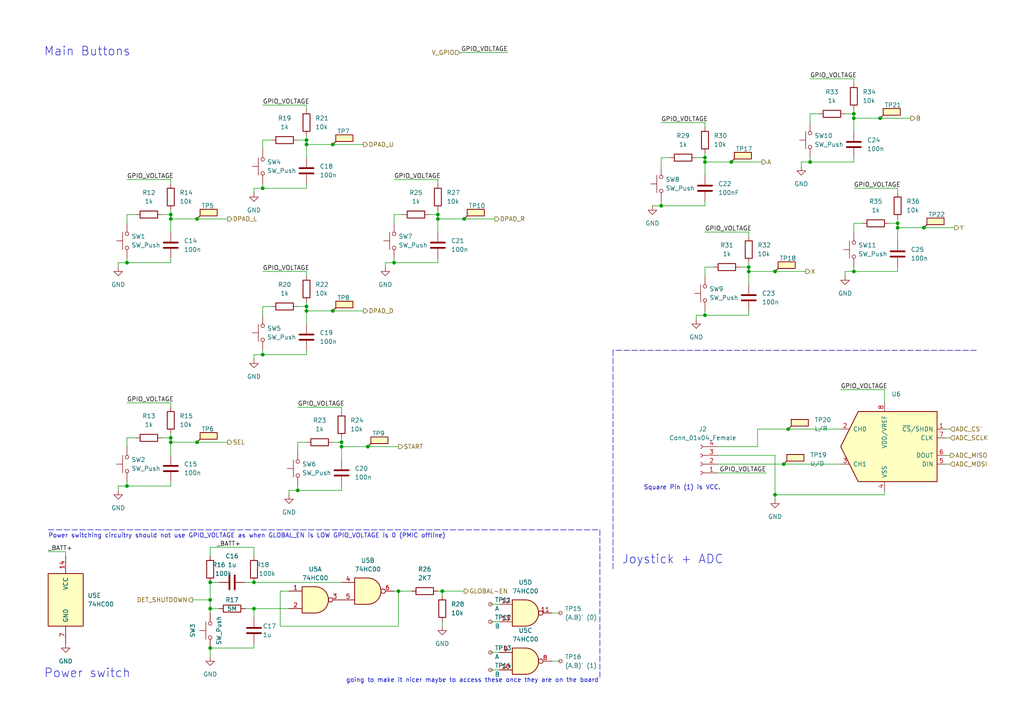
<source format=kicad_sch>
(kicad_sch (version 20211123) (generator eeschema)
  (paper "A4")
  (title_block (rev "indev."))
  (lib_symbols
    (symbol "74xx:74HC00" (pin_names (offset 1.016))
      (property "Reference" "U" (at 0 1.27 0))
      (property "Value" "74HC00" (at 0 -1.27 0))
      (symbol "74HC00_1_1"
        (arc (start 0 -3.81) (mid 3.81 0) (end 0 3.81) (stroke (width 0.254)) (fill (type background)))
        (polyline (pts (xy 0 3.81) (xy -3.81 3.81) (xy -3.81 -3.81) (xy 0 -3.81)) (stroke (width 0.254)) (fill (type background)))
        (pin input line (at -7.62 2.54 0) (length 3.81) (name "~") (number "1"))
        (pin input line (at -7.62 -2.54 0) (length 3.81) (name "~") (number "2"))
        (pin output inverted (at 7.62 0 180) (length 3.81) (name "~") (number "3"))
      )
      (symbol "74HC00_1_2"
        (arc (start -3.81 -3.81) (mid -2.589 0) (end -3.81 3.81) (stroke (width 0.254)))
        (arc (start -0.6096 -3.81) (mid 2.1855 -2.584) (end 3.81 0) (stroke (width 0.254)) (fill (type background)))
        (polyline (pts (xy -3.81 -3.81) (xy -0.635 -3.81)) (stroke (width 0.254)) (fill (type background)))
        (polyline (pts (xy -3.81 3.81) (xy -0.635 3.81)) (stroke (width 0.254)) (fill (type background)))
        (polyline (pts (xy -0.635 3.81) (xy -3.81 3.81) (xy -3.81 3.81) (xy -3.556 3.4036) (xy -3.0226 2.2606) (xy -2.6924 1.0414) (xy -2.6162 -0.254) (xy -2.7686 -1.4986) (xy -3.175 -2.7178) (xy -3.81 -3.81) (xy -3.81 -3.81) (xy -0.635 -3.81)) (stroke (width -25.4)) (fill (type background)))
        (arc (start 3.81 0) (mid 2.1928 2.5925) (end -0.6096 3.81) (stroke (width 0.254)) (fill (type background)))
        (pin input inverted (at -7.62 2.54 0) (length 4.318) (name "~") (number "1"))
        (pin input inverted (at -7.62 -2.54 0) (length 4.318) (name "~") (number "2"))
        (pin output line (at 7.62 0 180) (length 3.81) (name "~") (number "3"))
      )
      (symbol "74HC00_2_1"
        (arc (start 0 -3.81) (mid 3.81 0) (end 0 3.81) (stroke (width 0.254)) (fill (type background)))
        (polyline (pts (xy 0 3.81) (xy -3.81 3.81) (xy -3.81 -3.81) (xy 0 -3.81)) (stroke (width 0.254)) (fill (type background)))
        (pin input line (at -7.62 2.54 0) (length 3.81) (name "~") (number "4"))
        (pin input line (at -7.62 -2.54 0) (length 3.81) (name "~") (number "5"))
        (pin output inverted (at 7.62 0 180) (length 3.81) (name "~") (number "6"))
      )
      (symbol "74HC00_2_2"
        (arc (start -3.81 -3.81) (mid -2.589 0) (end -3.81 3.81) (stroke (width 0.254)))
        (arc (start -0.6096 -3.81) (mid 2.1855 -2.584) (end 3.81 0) (stroke (width 0.254)) (fill (type background)))
        (polyline (pts (xy -3.81 -3.81) (xy -0.635 -3.81)) (stroke (width 0.254)) (fill (type background)))
        (polyline (pts (xy -3.81 3.81) (xy -0.635 3.81)) (stroke (width 0.254)) (fill (type background)))
        (polyline (pts (xy -0.635 3.81) (xy -3.81 3.81) (xy -3.81 3.81) (xy -3.556 3.4036) (xy -3.0226 2.2606) (xy -2.6924 1.0414) (xy -2.6162 -0.254) (xy -2.7686 -1.4986) (xy -3.175 -2.7178) (xy -3.81 -3.81) (xy -3.81 -3.81) (xy -0.635 -3.81)) (stroke (width -25.4)) (fill (type background)))
        (arc (start 3.81 0) (mid 2.1928 2.5925) (end -0.6096 3.81) (stroke (width 0.254)) (fill (type background)))
        (pin input inverted (at -7.62 2.54 0) (length 4.318) (name "~") (number "4"))
        (pin input inverted (at -7.62 -2.54 0) (length 4.318) (name "~") (number "5"))
        (pin output line (at 7.62 0 180) (length 3.81) (name "~") (number "6"))
      )
      (symbol "74HC00_3_1"
        (arc (start 0 -3.81) (mid 3.81 0) (end 0 3.81) (stroke (width 0.254)) (fill (type background)))
        (polyline (pts (xy 0 3.81) (xy -3.81 3.81) (xy -3.81 -3.81) (xy 0 -3.81)) (stroke (width 0.254)) (fill (type background)))
        (pin input line (at -7.62 -2.54 0) (length 3.81) (name "~") (number "10"))
        (pin output inverted (at 7.62 0 180) (length 3.81) (name "~") (number "8"))
        (pin input line (at -7.62 2.54 0) (length 3.81) (name "~") (number "9"))
      )
      (symbol "74HC00_3_2"
        (arc (start -3.81 -3.81) (mid -2.589 0) (end -3.81 3.81) (stroke (width 0.254)))
        (arc (start -0.6096 -3.81) (mid 2.1855 -2.584) (end 3.81 0) (stroke (width 0.254)) (fill (type background)))
        (polyline (pts (xy -3.81 -3.81) (xy -0.635 -3.81)) (stroke (width 0.254)) (fill (type background)))
        (polyline (pts (xy -3.81 3.81) (xy -0.635 3.81)) (stroke (width 0.254)) (fill (type background)))
        (polyline (pts (xy -0.635 3.81) (xy -3.81 3.81) (xy -3.81 3.81) (xy -3.556 3.4036) (xy -3.0226 2.2606) (xy -2.6924 1.0414) (xy -2.6162 -0.254) (xy -2.7686 -1.4986) (xy -3.175 -2.7178) (xy -3.81 -3.81) (xy -3.81 -3.81) (xy -0.635 -3.81)) (stroke (width -25.4)) (fill (type background)))
        (arc (start 3.81 0) (mid 2.1928 2.5925) (end -0.6096 3.81) (stroke (width 0.254)) (fill (type background)))
        (pin input inverted (at -7.62 -2.54 0) (length 4.318) (name "~") (number "10"))
        (pin output line (at 7.62 0 180) (length 3.81) (name "~") (number "8"))
        (pin input inverted (at -7.62 2.54 0) (length 4.318) (name "~") (number "9"))
      )
      (symbol "74HC00_4_1"
        (arc (start 0 -3.81) (mid 3.81 0) (end 0 3.81) (stroke (width 0.254)) (fill (type background)))
        (polyline (pts (xy 0 3.81) (xy -3.81 3.81) (xy -3.81 -3.81) (xy 0 -3.81)) (stroke (width 0.254)) (fill (type background)))
        (pin output inverted (at 7.62 0 180) (length 3.81) (name "~") (number "11"))
        (pin input line (at -7.62 2.54 0) (length 3.81) (name "~") (number "12"))
        (pin input line (at -7.62 -2.54 0) (length 3.81) (name "~") (number "13"))
      )
      (symbol "74HC00_4_2"
        (arc (start -3.81 -3.81) (mid -2.589 0) (end -3.81 3.81) (stroke (width 0.254)))
        (arc (start -0.6096 -3.81) (mid 2.1855 -2.584) (end 3.81 0) (stroke (width 0.254)) (fill (type background)))
        (polyline (pts (xy -3.81 -3.81) (xy -0.635 -3.81)) (stroke (width 0.254)) (fill (type background)))
        (polyline (pts (xy -3.81 3.81) (xy -0.635 3.81)) (stroke (width 0.254)) (fill (type background)))
        (polyline (pts (xy -0.635 3.81) (xy -3.81 3.81) (xy -3.81 3.81) (xy -3.556 3.4036) (xy -3.0226 2.2606) (xy -2.6924 1.0414) (xy -2.6162 -0.254) (xy -2.7686 -1.4986) (xy -3.175 -2.7178) (xy -3.81 -3.81) (xy -3.81 -3.81) (xy -0.635 -3.81)) (stroke (width -25.4)) (fill (type background)))
        (arc (start 3.81 0) (mid 2.1928 2.5925) (end -0.6096 3.81) (stroke (width 0.254)) (fill (type background)))
        (pin output line (at 7.62 0 180) (length 3.81) (name "~") (number "11"))
        (pin input inverted (at -7.62 2.54 0) (length 4.318) (name "~") (number "12"))
        (pin input inverted (at -7.62 -2.54 0) (length 4.318) (name "~") (number "13"))
      )
      (symbol "74HC00_5_0"
        (pin power_in line (at 0 12.7 270) (length 5.08) (name "VCC") (number "14"))
        (pin power_in line (at 0 -12.7 90) (length 5.08) (name "GND") (number "7"))
      )
      (symbol "74HC00_5_1"
        (rectangle (start -5.08 7.62) (end 5.08 -7.62) (stroke (width 0.254)) (fill (type background)))
      )
    )
    (symbol "Analog_ADC:MCP3002" (pin_names (offset 1.016))
      (property "Reference" "U" (at -6.35 11.43 0))
      (property "Value" "MCP3002" (at 11.43 11.43 0))
      (symbol "MCP3002_0_1"
        (polyline (pts (xy 15.24 10.16) (xy -7.62 10.16) (xy -12.7 0) (xy -7.62 -10.16) (xy 15.24 -10.16) (xy 15.24 10.16)) (stroke (width 0.254)) (fill (type background)))
      )
      (symbol "MCP3002_1_1"
        (pin input line (at 17.78 5.08 180) (length 2.54) (name "~{CS}/SHDN") (number "1"))
        (pin passive line (at -12.7 5.08 0) (length 2.54) (name "CH0") (number "2"))
        (pin passive line (at -12.7 -5.08 0) (length 2.54) (name "CH1") (number "3"))
        (pin power_in line (at 0 -12.7 90) (length 2.54) (name "VSS") (number "4"))
        (pin input line (at 17.78 -5.08 180) (length 2.54) (name "DIN") (number "5"))
        (pin output line (at 17.78 -2.54 180) (length 2.54) (name "DOUT") (number "6"))
        (pin input line (at 17.78 2.54 180) (length 2.54) (name "CLK") (number "7"))
        (pin power_in line (at 0 12.7 270) (length 2.54) (name "VDD/VREF") (number "8"))
      )
    )
    (symbol "Connector:Conn_01x04_Female" (pin_names (offset 1.016) hide)
      (property "Reference" "J" (at 0 5.08 0))
      (property "Value" "Conn_01x04_Female" (at 0 -7.62 0))
      (symbol "Conn_01x04_Female_1_1"
        (arc (start 0 -4.572) (mid -0.508 -5.08) (end 0 -5.588) (stroke (width 0.1524)))
        (arc (start 0 -2.032) (mid -0.508 -2.54) (end 0 -3.048) (stroke (width 0.1524)))
        (polyline (pts (xy -1.27 -5.08) (xy -0.508 -5.08)) (stroke (width 0.1524)))
        (polyline (pts (xy -1.27 -2.54) (xy -0.508 -2.54)) (stroke (width 0.1524)))
        (polyline (pts (xy -1.27 0) (xy -0.508 0)) (stroke (width 0.1524)))
        (polyline (pts (xy -1.27 2.54) (xy -0.508 2.54)) (stroke (width 0.1524)))
        (arc (start 0 0.508) (mid -0.508 0) (end 0 -0.508) (stroke (width 0.1524)))
        (arc (start 0 3.048) (mid -0.508 2.54) (end 0 2.032) (stroke (width 0.1524)))
        (pin passive line (at -5.08 2.54 0) (length 3.81) (name "Pin_1") (number "1"))
        (pin passive line (at -5.08 0 0) (length 3.81) (name "Pin_2") (number "2"))
        (pin passive line (at -5.08 -2.54 0) (length 3.81) (name "Pin_3") (number "3"))
        (pin passive line (at -5.08 -5.08 0) (length 3.81) (name "Pin_4") (number "4"))
      )
    )
    (symbol "Connector:TestPoint_Flag" (pin_numbers hide) (pin_names (offset 0.762) hide)
      (property "Reference" "TP" (at 3.429 1.778 0))
      (property "Value" "TestPoint_Flag" (at 3.302 4.191 0))
      (symbol "TestPoint_Flag_0_1"
        (polyline (pts (xy 0 0) (xy 0.889 0.889)) (stroke (width 0.254)))
        (rectangle (start 0.889 2.794) (end 5.842 0.889) (stroke (width 0.254)) (fill (type background)))
      )
      (symbol "TestPoint_Flag_1_1"
        (pin passive line (at 0 0 90) (length 0) (name "1") (number "1"))
      )
    )
    (symbol "Connector:TestPoint_Small" (pin_numbers hide) (pin_names (offset 0.762) hide)
      (property "Reference" "TP" (at 0 3.81 0))
      (property "Value" "TestPoint_Small" (at 0 2.032 0))
      (symbol "TestPoint_Small_0_1"
        (circle (center 0 0) (radius 0.508))
      )
      (symbol "TestPoint_Small_1_1"
        (pin passive line (at 0 0 90) (length 0) (name "1") (number "1"))
      )
    )
    (symbol "Device:C" (pin_numbers hide) (pin_names (offset 0.254))
      (property "Reference" "C" (at 0.635 2.54 0))
      (property "Value" "C" (at 0.635 -2.54 0))
      (symbol "C_0_1"
        (polyline (pts (xy -2.032 -0.762) (xy 2.032 -0.762)) (stroke (width 0.508)))
        (polyline (pts (xy -2.032 0.762) (xy 2.032 0.762)) (stroke (width 0.508)))
      )
      (symbol "C_1_1"
        (pin passive line (at 0 3.81 270) (length 2.794) (name "~") (number "1"))
        (pin passive line (at 0 -3.81 90) (length 2.794) (name "~") (number "2"))
      )
    )
    (symbol "Device:R" (pin_numbers hide) (pin_names (offset 0))
      (property "Reference" "R" (at 2.032 0 90))
      (property "Value" "R" (at 0 0 90))
      (symbol "R_0_1"
        (rectangle (start -1.016 -2.54) (end 1.016 2.54) (stroke (width 0.254)))
      )
      (symbol "R_1_1"
        (pin passive line (at 0 3.81 270) (length 1.27) (name "~") (number "1"))
        (pin passive line (at 0 -3.81 90) (length 1.27) (name "~") (number "2"))
      )
    )
    (symbol "Switch:SW_Push" (pin_numbers hide) (pin_names (offset 1.016) hide)
      (property "Reference" "SW" (at 1.27 2.54 0))
      (property "Value" "SW_Push" (at 0 -1.524 0))
      (symbol "SW_Push_0_1"
        (circle (center -2.032 0) (radius 0.508))
        (polyline (pts (xy 0 1.27) (xy 0 3.048)))
        (polyline (pts (xy 2.54 1.27) (xy -2.54 1.27)))
        (circle (center 2.032 0) (radius 0.508))
        (pin passive line (at -5.08 0 0) (length 2.54) (name "1") (number "1"))
        (pin passive line (at 5.08 0 180) (length 2.54) (name "2") (number "2"))
      )
    )
    (symbol "power:GND" (power) (pin_names (offset 0))
      (property "Value" "GND" (at 0 -3.81 0))
      (symbol "GND_0_1"
        (polyline (pts (xy 0 0) (xy 0 -1.27) (xy 1.27 -1.27) (xy 0 -2.54) (xy -1.27 -1.27) (xy 0 -1.27)))
      )
      (symbol "GND_1_1"
        (pin power_in line (at 0 0 270) (length 0) hide (name "GND") (number "1"))
      )
    )
  )
  (junction (at 204.47 91.44))
  (junction (at 114.3 76.2))
  (junction (at 191.77 59.69))
  (junction (at 96.52 41.91))
  (junction (at 228.6 124.46))
  (junction (at 115.57 171.45))
  (junction (at 99.06 128.27))
  (junction (at 57.15 128.27))
  (junction (at 49.53 127))
  (junction (at 88.9 41.91))
  (junction (at 204.47 45.72))
  (junction (at 88.9 90.17))
  (junction (at 86.36 142.24))
  (junction (at 36.83 140.97))
  (junction (at 247.65 33.02))
  (junction (at 134.62 63.5))
  (junction (at 36.83 76.2))
  (junction (at 127 62.23))
  (junction (at 247.65 34.29))
  (junction (at 212.09 46.99))
  (junction (at 217.17 77.47))
  (junction (at 247.65 78.74))
  (junction (at 76.2 102.87))
  (junction (at 267.97 66.04))
  (junction (at 255.27 34.29))
  (junction (at 224.79 78.74))
  (junction (at 127 63.5))
  (junction (at 204.47 46.99))
  (junction (at 76.2 54.61))
  (junction (at 88.9 88.9))
  (junction (at 234.95 46.99))
  (junction (at 60.96 168.91))
  (junction (at 106.68 129.54))
  (junction (at 49.53 128.27))
  (junction (at 60.96 187.96))
  (junction (at 99.06 129.54))
  (junction (at 128.27 171.45))
  (junction (at 260.35 66.04))
  (junction (at 260.35 64.77))
  (junction (at 96.52 90.17))
  (junction (at 49.53 62.23))
  (junction (at 73.66 176.53))
  (junction (at 73.66 168.91))
  (junction (at 60.96 176.53))
  (junction (at 49.53 63.5))
  (junction (at 224.79 143.51))
  (junction (at 57.15 63.5))
  (junction (at 88.9 40.64))
  (junction (at 60.96 173.99))
  (junction (at 217.17 78.74))
  (junction (at 227.33 134.62))
  (wire (pts (xy 83.82 142.24) (xy 83.82 143.51)))
  (wire (pts (xy 76.2 30.48) (xy 88.9 30.48)))
  (wire (pts (xy 260.35 54.61) (xy 260.35 55.88)))
  (wire (pts (xy 36.83 127) (xy 39.37 127)))
  (wire (pts (xy 34.29 76.2) (xy 36.83 76.2)))
  (wire (pts (xy 127 63.5) (xy 134.62 63.5)))
  (wire (pts (xy 204.47 46.99) (xy 204.47 50.8)))
  (wire (pts (xy 76.2 53.34) (xy 76.2 54.61)))
  (wire (pts (xy 86.36 88.9) (xy 88.9 88.9)))
  (wire (pts (xy 76.2 43.18) (xy 76.2 40.64)))
  (wire (pts (xy 245.11 78.74) (xy 245.11 80.01)))
  (wire (pts (xy 99.06 118.11) (xy 99.06 119.38)))
  (wire (pts (xy 247.65 64.77) (xy 250.19 64.77)))
  (wire (pts (xy 71.12 168.91) (xy 73.66 168.91)))
  (wire (pts (xy 128.27 171.45) (xy 128.27 172.72)))
  (wire (pts (xy 201.93 45.72) (xy 204.47 45.72)))
  (wire (pts (xy 86.36 142.24) (xy 99.06 142.24)))
  (wire (pts (xy 127 52.07) (xy 127 53.34)))
  (wire (pts (xy 208.28 137.16) (xy 222.25 137.16)))
  (wire (pts (xy 86.36 130.81) (xy 86.36 128.27)))
  (wire (pts (xy 88.9 88.9) (xy 88.9 90.17)))
  (wire (pts (xy 247.65 78.74) (xy 260.35 78.74)))
  (wire (pts (xy 217.17 90.17) (xy 217.17 91.44)))
  (wire (pts (xy 247.65 34.29) (xy 247.65 38.1)))
  (wire (pts (xy 88.9 40.64) (xy 88.9 39.37)))
  (wire (pts (xy 133.35 15.24) (xy 147.32 15.24)))
  (wire (pts (xy 13.97 160.02) (xy 19.05 160.02)))
  (wire (pts (xy 217.17 78.74) (xy 217.17 82.55)))
  (wire (pts (xy 227.33 134.62) (xy 243.84 134.62)))
  (wire (pts (xy 191.77 35.56) (xy 204.47 35.56)))
  (wire (pts (xy 60.96 168.91) (xy 63.5 168.91)))
  (wire (pts (xy 274.32 132.08) (xy 275.59 132.08)))
  (wire (pts (xy 71.12 176.53) (xy 73.66 176.53)))
  (wire (pts (xy 36.83 74.93) (xy 36.83 76.2)))
  (polyline (pts (xy 173.99 153.67) (xy 173.99 196.85)))
  (wire (pts (xy 73.66 102.87) (xy 73.66 104.14)))
  (wire (pts (xy 49.53 74.93) (xy 49.53 76.2)))
  (wire (pts (xy 247.65 33.02) (xy 247.65 34.29)))
  (wire (pts (xy 201.93 91.44) (xy 204.47 91.44)))
  (wire (pts (xy 73.66 158.75) (xy 73.66 161.29)))
  (wire (pts (xy 160.02 177.8) (xy 162.56 177.8)))
  (wire (pts (xy 60.96 158.75) (xy 73.66 158.75)))
  (wire (pts (xy 256.54 142.24) (xy 256.54 143.51)))
  (wire (pts (xy 88.9 90.17) (xy 88.9 93.98)))
  (wire (pts (xy 49.53 128.27) (xy 49.53 132.08)))
  (wire (pts (xy 257.81 64.77) (xy 260.35 64.77)))
  (wire (pts (xy 60.96 187.96) (xy 73.66 187.96)))
  (wire (pts (xy 36.83 129.54) (xy 36.83 127)))
  (wire (pts (xy 247.65 33.02) (xy 247.65 31.75)))
  (wire (pts (xy 124.46 62.23) (xy 127 62.23)))
  (wire (pts (xy 247.65 45.72) (xy 247.65 46.99)))
  (wire (pts (xy 274.32 134.62) (xy 275.59 134.62)))
  (wire (pts (xy 36.83 139.7) (xy 36.83 140.97)))
  (wire (pts (xy 86.36 128.27) (xy 88.9 128.27)))
  (wire (pts (xy 81.28 181.61) (xy 81.28 171.45)))
  (wire (pts (xy 76.2 102.87) (xy 88.9 102.87)))
  (wire (pts (xy 191.77 58.42) (xy 191.77 59.69)))
  (wire (pts (xy 128.27 180.34) (xy 128.27 181.61)))
  (wire (pts (xy 214.63 77.47) (xy 217.17 77.47)))
  (wire (pts (xy 73.66 187.96) (xy 73.66 186.69)))
  (wire (pts (xy 34.29 140.97) (xy 36.83 140.97)))
  (wire (pts (xy 99.06 128.27) (xy 99.06 129.54)))
  (wire (pts (xy 114.3 171.45) (xy 115.57 171.45)))
  (wire (pts (xy 73.66 168.91) (xy 99.06 168.91)))
  (wire (pts (xy 49.53 63.5) (xy 57.15 63.5)))
  (wire (pts (xy 243.84 113.03) (xy 256.54 113.03)))
  (wire (pts (xy 274.32 124.46) (xy 275.59 124.46)))
  (wire (pts (xy 34.29 76.2) (xy 34.29 77.47)))
  (wire (pts (xy 189.23 59.69) (xy 191.77 59.69)))
  (wire (pts (xy 127 74.93) (xy 127 76.2)))
  (wire (pts (xy 49.53 52.07) (xy 49.53 53.34)))
  (wire (pts (xy 217.17 78.74) (xy 224.79 78.74)))
  (wire (pts (xy 245.11 78.74) (xy 247.65 78.74)))
  (wire (pts (xy 217.17 77.47) (xy 217.17 78.74)))
  (wire (pts (xy 267.97 66.04) (xy 276.86 66.04)))
  (wire (pts (xy 76.2 91.44) (xy 76.2 88.9)))
  (wire (pts (xy 81.28 171.45) (xy 83.82 171.45)))
  (wire (pts (xy 60.96 176.53) (xy 60.96 177.8)))
  (wire (pts (xy 208.28 134.62) (xy 227.33 134.62)))
  (wire (pts (xy 127 63.5) (xy 127 67.31)))
  (wire (pts (xy 134.62 63.5) (xy 143.51 63.5)))
  (wire (pts (xy 76.2 54.61) (xy 88.9 54.61)))
  (wire (pts (xy 219.71 124.46) (xy 228.6 124.46)))
  (polyline (pts (xy 283.21 101.6) (xy 177.8 101.6)))
  (wire (pts (xy 234.95 46.99) (xy 247.65 46.99)))
  (wire (pts (xy 260.35 77.47) (xy 260.35 78.74)))
  (wire (pts (xy 88.9 41.91) (xy 88.9 45.72)))
  (wire (pts (xy 55.88 173.99) (xy 60.96 173.99)))
  (wire (pts (xy 36.83 62.23) (xy 39.37 62.23)))
  (wire (pts (xy 60.96 187.96) (xy 60.96 190.5)))
  (wire (pts (xy 111.76 76.2) (xy 111.76 77.47)))
  (wire (pts (xy 234.95 22.86) (xy 247.65 22.86)))
  (wire (pts (xy 106.68 129.54) (xy 115.57 129.54)))
  (wire (pts (xy 76.2 101.6) (xy 76.2 102.87)))
  (wire (pts (xy 247.65 67.31) (xy 247.65 64.77)))
  (wire (pts (xy 142.24 175.26) (xy 144.78 175.26)))
  (wire (pts (xy 204.47 91.44) (xy 217.17 91.44)))
  (wire (pts (xy 204.47 67.31) (xy 217.17 67.31)))
  (wire (pts (xy 224.79 78.74) (xy 233.68 78.74)))
  (wire (pts (xy 224.79 143.51) (xy 224.79 132.08)))
  (wire (pts (xy 228.6 124.46) (xy 243.84 124.46)))
  (wire (pts (xy 204.47 35.56) (xy 204.47 36.83)))
  (wire (pts (xy 204.47 58.42) (xy 204.47 59.69)))
  (wire (pts (xy 111.76 76.2) (xy 114.3 76.2)))
  (wire (pts (xy 217.17 67.31) (xy 217.17 68.58)))
  (wire (pts (xy 260.35 64.77) (xy 260.35 63.5)))
  (wire (pts (xy 99.06 129.54) (xy 99.06 133.35)))
  (wire (pts (xy 224.79 144.78) (xy 224.79 143.51)))
  (wire (pts (xy 88.9 101.6) (xy 88.9 102.87)))
  (wire (pts (xy 208.28 129.54) (xy 219.71 129.54)))
  (wire (pts (xy 212.09 46.99) (xy 220.98 46.99)))
  (wire (pts (xy 232.41 46.99) (xy 232.41 48.26)))
  (wire (pts (xy 57.15 128.27) (xy 66.04 128.27)))
  (wire (pts (xy 88.9 88.9) (xy 88.9 87.63)))
  (wire (pts (xy 46.99 127) (xy 49.53 127)))
  (wire (pts (xy 60.96 176.53) (xy 63.5 176.53)))
  (wire (pts (xy 86.36 118.11) (xy 99.06 118.11)))
  (wire (pts (xy 83.82 142.24) (xy 86.36 142.24)))
  (wire (pts (xy 260.35 64.77) (xy 260.35 66.04)))
  (wire (pts (xy 76.2 88.9) (xy 78.74 88.9)))
  (wire (pts (xy 274.32 127) (xy 275.59 127)))
  (wire (pts (xy 204.47 80.01) (xy 204.47 77.47)))
  (wire (pts (xy 204.47 46.99) (xy 212.09 46.99)))
  (wire (pts (xy 114.3 62.23) (xy 116.84 62.23)))
  (wire (pts (xy 142.24 180.34) (xy 144.78 180.34)))
  (wire (pts (xy 201.93 91.44) (xy 201.93 92.71)))
  (wire (pts (xy 57.15 63.5) (xy 66.04 63.5)))
  (wire (pts (xy 99.06 140.97) (xy 99.06 142.24)))
  (wire (pts (xy 49.53 63.5) (xy 49.53 67.31)))
  (wire (pts (xy 217.17 77.47) (xy 217.17 76.2)))
  (wire (pts (xy 127 62.23) (xy 127 63.5)))
  (wire (pts (xy 81.28 181.61) (xy 115.57 181.61)))
  (wire (pts (xy 260.35 66.04) (xy 260.35 69.85)))
  (wire (pts (xy 204.47 90.17) (xy 204.47 91.44)))
  (wire (pts (xy 96.52 128.27) (xy 99.06 128.27)))
  (wire (pts (xy 73.66 54.61) (xy 73.66 55.88)))
  (wire (pts (xy 160.02 191.77) (xy 162.56 191.77)))
  (wire (pts (xy 219.71 129.54) (xy 219.71 124.46)))
  (wire (pts (xy 86.36 140.97) (xy 86.36 142.24)))
  (wire (pts (xy 86.36 40.64) (xy 88.9 40.64)))
  (wire (pts (xy 224.79 143.51) (xy 256.54 143.51)))
  (wire (pts (xy 260.35 66.04) (xy 267.97 66.04)))
  (wire (pts (xy 49.53 62.23) (xy 49.53 63.5)))
  (polyline (pts (xy 13.97 153.67) (xy 173.99 153.67)))
  (wire (pts (xy 191.77 45.72) (xy 194.31 45.72)))
  (wire (pts (xy 34.29 140.97) (xy 34.29 142.24)))
  (wire (pts (xy 36.83 64.77) (xy 36.83 62.23)))
  (wire (pts (xy 49.53 127) (xy 49.53 125.73)))
  (wire (pts (xy 46.99 62.23) (xy 49.53 62.23)))
  (wire (pts (xy 49.53 127) (xy 49.53 128.27)))
  (wire (pts (xy 234.95 45.72) (xy 234.95 46.99)))
  (wire (pts (xy 115.57 171.45) (xy 119.38 171.45)))
  (wire (pts (xy 255.27 34.29) (xy 264.16 34.29)))
  (wire (pts (xy 36.83 76.2) (xy 49.53 76.2)))
  (wire (pts (xy 73.66 102.87) (xy 76.2 102.87)))
  (wire (pts (xy 36.83 52.07) (xy 49.53 52.07)))
  (wire (pts (xy 191.77 48.26) (xy 191.77 45.72)))
  (wire (pts (xy 76.2 78.74) (xy 88.9 78.74)))
  (wire (pts (xy 234.95 33.02) (xy 237.49 33.02)))
  (wire (pts (xy 208.28 132.08) (xy 224.79 132.08)))
  (wire (pts (xy 19.05 160.02) (xy 19.05 161.29)))
  (wire (pts (xy 256.54 113.03) (xy 256.54 116.84)))
  (wire (pts (xy 247.65 77.47) (xy 247.65 78.74)))
  (wire (pts (xy 127 62.23) (xy 127 60.96)))
  (wire (pts (xy 73.66 176.53) (xy 83.82 176.53)))
  (wire (pts (xy 76.2 40.64) (xy 78.74 40.64)))
  (wire (pts (xy 96.52 41.91) (xy 105.41 41.91)))
  (wire (pts (xy 247.65 22.86) (xy 247.65 24.13)))
  (wire (pts (xy 114.3 64.77) (xy 114.3 62.23)))
  (wire (pts (xy 49.53 116.84) (xy 49.53 118.11)))
  (wire (pts (xy 88.9 41.91) (xy 96.52 41.91)))
  (wire (pts (xy 88.9 78.74) (xy 88.9 80.01)))
  (wire (pts (xy 204.47 77.47) (xy 207.01 77.47)))
  (wire (pts (xy 142.24 194.31) (xy 144.78 194.31)))
  (wire (pts (xy 234.95 35.56) (xy 234.95 33.02)))
  (wire (pts (xy 49.53 62.23) (xy 49.53 60.96)))
  (wire (pts (xy 114.3 74.93) (xy 114.3 76.2)))
  (wire (pts (xy 99.06 128.27) (xy 99.06 127)))
  (wire (pts (xy 114.3 52.07) (xy 127 52.07)))
  (wire (pts (xy 115.57 171.45) (xy 115.57 181.61)))
  (wire (pts (xy 36.83 140.97) (xy 49.53 140.97)))
  (wire (pts (xy 88.9 40.64) (xy 88.9 41.91)))
  (wire (pts (xy 49.53 139.7) (xy 49.53 140.97)))
  (wire (pts (xy 88.9 53.34) (xy 88.9 54.61)))
  (wire (pts (xy 36.83 116.84) (xy 49.53 116.84)))
  (wire (pts (xy 247.65 54.61) (xy 260.35 54.61)))
  (wire (pts (xy 60.96 173.99) (xy 60.96 176.53)))
  (wire (pts (xy 88.9 30.48) (xy 88.9 31.75)))
  (wire (pts (xy 191.77 59.69) (xy 204.47 59.69)))
  (wire (pts (xy 142.24 189.23) (xy 144.78 189.23)))
  (wire (pts (xy 73.66 54.61) (xy 76.2 54.61)))
  (wire (pts (xy 204.47 45.72) (xy 204.47 44.45)))
  (wire (pts (xy 114.3 76.2) (xy 127 76.2)))
  (wire (pts (xy 60.96 168.91) (xy 60.96 173.99)))
  (wire (pts (xy 99.06 129.54) (xy 106.68 129.54)))
  (wire (pts (xy 60.96 161.29) (xy 60.96 158.75)))
  (wire (pts (xy 232.41 46.99) (xy 234.95 46.99)))
  (wire (pts (xy 127 171.45) (xy 128.27 171.45)))
  (wire (pts (xy 73.66 176.53) (xy 73.66 179.07)))
  (wire (pts (xy 247.65 34.29) (xy 255.27 34.29)))
  (wire (pts (xy 88.9 90.17) (xy 96.52 90.17)))
  (wire (pts (xy 49.53 128.27) (xy 57.15 128.27)))
  (wire (pts (xy 96.52 90.17) (xy 105.41 90.17)))
  (wire (pts (xy 245.11 33.02) (xy 247.65 33.02)))
  (wire (pts (xy 204.47 45.72) (xy 204.47 46.99)))
  (wire (pts (xy 128.27 171.45) (xy 134.62 171.45)))
  (polyline (pts (xy 177.8 101.6) (xy 177.8 165.1)))
  (text "Joystick + ADC" (at 180.34 163.83 0) (effects (font (size 2.54 2.54)) (justify left bottom)))
  (text "going to make it nicer maybe to access these once they are on the board" (at 100.33 198.12 0) (effects (font (size 1.27 1.27)) (justify left bottom)))
  (text "Power switching circuitry should not use GPIO_VOLTAGE as when GLOBAL_EN is LOW GPIO_VOLTAGE is 0 (PMIC offline)" (at 13.97 156.21 0) (effects (font (size 1.27 1.27)) (justify left bottom)))
  (text "Square Pin (1) is VCC.\n" (at 186.69 142.24 0) (effects (font (size 1.27 1.27)) (justify left bottom)))
  (text "Main Buttons" (at 12.7 16.51 0) (effects (font (size 2.54 2.54)) (justify left bottom)))
  (text "Power switch" (at 12.7 196.85 0) (effects (font (size 2.54 2.54)) (justify left bottom)))
  (label "GPIO_VOLTAGE" (at 36.83 116.84 0))
  (label "GPIO_VOLTAGE" (at 191.77 35.56 0))
  (label "GPIO_VOLTAGE" (at 76.2 78.74 0))
  (label "GPIO_VOLTAGE" (at 147.32 15.24 180))
  (label "GPIO_VOLTAGE" (at 204.47 67.31 0))
  (label "GPIO_VOLTAGE" (at 247.65 54.61 0))
  (label "GPIO_VOLTAGE" (at 86.36 118.11 0))
  (label "_BATT+" (at 13.97 160.02 0))
  (label "GPIO_VOLTAGE" (at 234.95 22.86 0))
  (label "GPIO_VOLTAGE" (at 243.84 113.03 0))
  (label "GPIO_VOLTAGE" (at 76.2 30.48 0))
  (label "GPIO_VOLTAGE" (at 222.25 137.16 180))
  (label "_BATT+" (at 69.85 158.75 180))
  (label "GPIO_VOLTAGE" (at 114.3 52.07 0))
  (label "GPIO_VOLTAGE" (at 36.83 52.07 0))
  (hierarchical_label "A" (shape output) (at 220.98 46.99 0))
  (hierarchical_label "B" (shape output) (at 264.16 34.29 0))
  (hierarchical_label "Y" (shape output) (at 276.86 66.04 0))
  (hierarchical_label "V_GPIO" (shape input) (at 133.35 15.24 180))
  (hierarchical_label "ADC_SCLK" (shape input) (at 275.59 127 0))
  (hierarchical_label "ADC_MISO" (shape output) (at 275.59 132.08 0))
  (hierarchical_label "ADC_CS'" (shape input) (at 275.59 124.46 0))
  (hierarchical_label "SEL" (shape output) (at 66.04 128.27 0))
  (hierarchical_label "ADC_MOSI" (shape input) (at 275.59 134.62 0))
  (hierarchical_label "DPAD_R" (shape output) (at 143.51 63.5 0))
  (hierarchical_label "DPAD_L" (shape output) (at 66.04 63.5 0))
  (hierarchical_label "DPAD_D" (shape output) (at 105.41 90.17 0))
  (hierarchical_label "DET_SHUTDOWN" (shape output) (at 55.88 173.99 180))
  (hierarchical_label "X" (shape output) (at 233.68 78.74 0))
  (hierarchical_label "GLOBAL-EN" (shape output) (at 134.62 171.45 0))
  (hierarchical_label "START" (shape output) (at 115.57 129.54 0))
  (hierarchical_label "DPAD_U" (shape output) (at 105.41 41.91 0))
  (symbol (lib_id "Device:R") (at 198.12 45.72 90) (unit 1)
    (property "Reference" "R29" (at 198.12 39.37 90))
    (property "Value" "1k" (at 198.12 41.91 90))
  )
  (symbol (lib_id "Switch:SW_Push") (at 191.77 53.34 90) (unit 1)
    (property "Reference" "SW8" (at 193.04 52.0699 90) (effects (justify right)))
    (property "Value" "SW_Push" (at 193.04 54.6099 90) (effects (justify right)))
  )
  (symbol (lib_id "Switch:SW_Push") (at 204.47 85.09 90) (unit 1)
    (property "Reference" "SW9" (at 205.74 83.8199 90) (effects (justify right)))
    (property "Value" "SW_Push" (at 205.74 86.3599 90) (effects (justify right)))
  )
  (symbol (lib_id "power:GND") (at 34.29 142.24 0) (unit 1)
    (property "Reference" "#PWR0130" (effects hide))
    (property "Value" "GND" (at 34.29 147.32 0))
  )
  (symbol (lib_id "Device:R") (at 82.55 40.64 90) (unit 1)
    (property "Reference" "R19" (at 82.55 34.29 90))
    (property "Value" "1k" (at 82.55 36.83 90))
  )
  (symbol (lib_id "Device:C") (at 204.47 54.61 0) (unit 1)
    (property "Reference" "C22" (at 208.28 53.3399 0) (effects (justify left)))
    (property "Value" "100nF" (at 208.28 55.8799 0) (effects (justify left)))
  )
  (symbol (lib_id "Device:R") (at 260.35 59.69 0) (unit 1)
    (property "Reference" "R36" (at 262.89 58.4199 0) (effects (justify left)))
    (property "Value" "10k" (at 262.89 60.9599 0) (effects (justify left)))
  )
  (symbol (lib_id "power:GND") (at 232.41 48.26 0) (unit 1)
    (property "Reference" "#PWR0123" (effects hide))
    (property "Value" "GND" (at 232.41 53.34 0))
  )
  (symbol (lib_id "Device:C") (at 67.31 168.91 90) (unit 1)
    (property "Reference" "C16" (at 67.31 161.29 90))
    (property "Value" "1u" (at 67.31 163.83 90))
  )
  (symbol (lib_id "Connector:TestPoint_Small") (at 142.24 189.23 0) (unit 1)
    (property "Reference" "TP13" (at 143.51 187.9599 0) (effects (justify left)))
    (property "Value" "A" (at 143.51 190.4999 0) (effects (justify left)))
  )
  (symbol (lib_id "Device:R") (at 88.9 83.82 0) (unit 1)
    (property "Reference" "R22" (at 91.44 82.5499 0) (effects (justify left)))
    (property "Value" "10k" (at 91.44 85.0899 0) (effects (justify left)))
  )
  (symbol (lib_id "Switch:SW_Push") (at 76.2 48.26 90) (unit 1)
    (property "Reference" "SW4" (at 77.47 46.9899 90) (effects (justify right)))
    (property "Value" "SW_Push" (at 77.47 49.5299 90) (effects (justify right)))
  )
  (symbol (lib_id "Device:C") (at 217.17 86.36 0) (unit 1)
    (property "Reference" "C23" (at 220.98 85.0899 0) (effects (justify left)))
    (property "Value" "100n" (at 220.98 87.6299 0) (effects (justify left)))
  )
  (symbol (lib_id "Connector:TestPoint_Small") (at 162.56 177.8 0) (unit 1)
    (property "Reference" "TP15" (at 163.83 176.5299 0) (effects (justify left)))
    (property "Value" "(A.B)' (0)" (at 163.83 179.0699 0) (effects (justify left)))
  )
  (symbol (lib_id "Connector:TestPoint_Flag") (at 227.33 134.62 0) (unit 1)
    (property "Reference" "TP19" (at 234.95 131.9529 0) (effects (justify left)))
    (property "Value" "U/D" (at 234.95 134.4929 0) (effects (justify left)))
  )
  (symbol (lib_id "Device:R") (at 88.9 35.56 0) (unit 1)
    (property "Reference" "R21" (at 91.44 34.2899 0) (effects (justify left)))
    (property "Value" "10k" (at 91.44 36.8299 0) (effects (justify left)))
  )
  (symbol (lib_id "Connector:TestPoint_Flag") (at 57.15 128.27 0) (unit 1)
    (property "Reference" "TP6" (at 58.42 124.46 0) (effects (justify left)))
    (property "Value" "SEL" (effects hide))
  )
  (symbol (lib_id "Device:C") (at 99.06 137.16 0) (unit 1)
    (property "Reference" "C20" (at 102.87 135.8899 0) (effects (justify left)))
    (property "Value" "100n" (at 102.87 138.4299 0) (effects (justify left)))
  )
  (symbol (lib_id "Connector:TestPoint_Flag") (at 212.09 46.99 0) (unit 1)
    (property "Reference" "TP17" (at 213.36 43.18 0) (effects (justify left)))
    (property "Value" "A" (effects hide))
  )
  (symbol (lib_id "Connector:TestPoint_Flag") (at 224.79 78.74 0) (unit 1)
    (property "Reference" "TP18" (at 226.06 74.93 0) (effects (justify left)))
    (property "Value" "X" (effects hide))
  )
  (symbol (lib_id "power:GND") (at 189.23 59.69 0) (unit 1)
    (property "Reference" "#PWR0122" (effects hide))
    (property "Value" "GND" (at 189.23 64.77 0))
  )
  (symbol (lib_id "Connector:TestPoint_Flag") (at 106.68 129.54 0) (unit 1)
    (property "Reference" "TP9" (at 107.95 125.73 0) (effects (justify left)))
    (property "Value" "START" (effects hide))
  )
  (symbol (lib_id "Device:R") (at 73.66 165.1 180) (unit 1)
    (property "Reference" "R18" (at 76.2 163.83 0))
    (property "Value" "100k" (at 77.47 166.37 0))
  )
  (symbol (lib_id "Switch:SW_Push") (at 36.83 134.62 90) (unit 1)
    (property "Reference" "SW2" (at 38.1 133.3499 90) (effects (justify right)))
    (property "Value" "SW_Push" (at 38.1 135.8899 90) (effects (justify right)))
  )
  (symbol (lib_id "Switch:SW_Push") (at 114.3 69.85 90) (unit 1)
    (property "Reference" "SW7" (at 115.57 68.5799 90) (effects (justify right)))
    (property "Value" "SW_Push" (at 115.57 71.1199 90) (effects (justify right)))
  )
  (symbol (lib_id "Switch:SW_Push") (at 36.83 69.85 90) (unit 1)
    (property "Reference" "SW1" (at 38.1 68.5799 90) (effects (justify right)))
    (property "Value" "SW_Push" (at 38.1 71.1199 90) (effects (justify right)))
  )
  (symbol (lib_id "Device:C") (at 49.53 71.12 0) (unit 1)
    (property "Reference" "C14" (at 53.34 69.8499 0) (effects (justify left)))
    (property "Value" "100n" (at 53.34 72.3899 0) (effects (justify left)))
  )
  (symbol (lib_id "74xx:74HC00") (at 19.05 173.99 0) (unit 5)
    (property "Reference" "U5" (at 25.4 172.7199 0) (effects (justify left)))
    (property "Value" "74HC00" (at 25.4 175.2599 0) (effects (justify left)))
    (property "Datasheet" "http://www.ti.com/lit/gpn/sn74hc00" (effects hide))
  )
  (symbol (lib_id "power:GND") (at 19.05 186.69 0) (unit 1)
    (property "Reference" "#PWR0133" (effects hide))
    (property "Value" "GND" (at 19.05 191.77 0))
  )
  (symbol (lib_id "power:GND") (at 73.66 104.14 0) (unit 1)
    (property "Reference" "#PWR0132" (effects hide))
    (property "Value" "GND" (at 73.66 109.22 0))
  )
  (symbol (lib_id "Switch:SW_Push") (at 60.96 182.88 90) (unit 1)
    (property "Reference" "SW3" (at 55.88 182.88 0))
    (property "Value" "SW_Push" (at 63.5 182.88 0))
  )
  (symbol (lib_id "Device:R") (at 204.47 40.64 0) (unit 1)
    (property "Reference" "R30" (at 207.01 39.3699 0) (effects (justify left)))
    (property "Value" "10k" (at 207.01 41.9099 0) (effects (justify left)))
  )
  (symbol (lib_id "Switch:SW_Push") (at 86.36 135.89 90) (unit 1)
    (property "Reference" "SW6" (at 87.63 134.6199 90) (effects (justify right)))
    (property "Value" "SW_Push" (at 87.63 137.1599 90) (effects (justify right)))
  )
  (symbol (lib_id "Device:C") (at 88.9 49.53 0) (unit 1)
    (property "Reference" "C18" (at 92.71 48.2599 0) (effects (justify left)))
    (property "Value" "100n" (at 92.71 50.7999 0) (effects (justify left)))
  )
  (symbol (lib_id "Connector:TestPoint_Flag") (at 255.27 34.29 0) (unit 1)
    (property "Reference" "TP21" (at 256.54 30.48 0) (effects (justify left)))
    (property "Value" "B" (effects hide))
  )
  (symbol (lib_id "Connector:TestPoint_Small") (at 142.24 180.34 0) (unit 1)
    (property "Reference" "TP12" (at 143.51 179.0699 0) (effects (justify left)))
    (property "Value" "B" (at 143.51 181.6099 0) (effects (justify left)))
  )
  (symbol (lib_id "Device:R") (at 43.18 62.23 90) (unit 1)
    (property "Reference" "R12" (at 43.18 55.88 90))
    (property "Value" "1k" (at 43.18 58.42 90))
  )
  (symbol (lib_id "Connector:TestPoint_Small") (at 142.24 194.31 0) (unit 1)
    (property "Reference" "TP14" (at 143.51 193.0399 0) (effects (justify left)))
    (property "Value" "B" (at 143.51 195.5799 0) (effects (justify left)))
  )
  (symbol (lib_id "Device:R") (at 128.27 176.53 0) (unit 1)
    (property "Reference" "R28" (at 130.81 175.2599 0) (effects (justify left)))
    (property "Value" "10k" (at 130.81 177.7999 0) (effects (justify left)))
  )
  (symbol (lib_id "Device:R") (at 247.65 27.94 0) (unit 1)
    (property "Reference" "R34" (at 250.19 26.6699 0) (effects (justify left)))
    (property "Value" "10k" (at 250.19 29.2099 0) (effects (justify left)))
  )
  (symbol (lib_id "Device:C") (at 49.53 135.89 0) (unit 1)
    (property "Reference" "C15" (at 53.34 134.6199 0) (effects (justify left)))
    (property "Value" "100n" (at 53.34 137.1599 0) (effects (justify left)))
  )
  (symbol (lib_id "Device:C") (at 73.66 182.88 0) (unit 1)
    (property "Reference" "C17" (at 76.2 181.61 0) (effects (justify left)))
    (property "Value" "1u" (at 76.2 184.15 0) (effects (justify left)))
  )
  (symbol (lib_id "Device:C") (at 260.35 73.66 0) (unit 1)
    (property "Reference" "C25" (at 264.16 72.3899 0) (effects (justify left)))
    (property "Value" "100n" (at 264.16 74.9299 0) (effects (justify left)))
  )
  (symbol (lib_id "74xx:74HC00") (at 106.68 171.45 0) (unit 2)
    (property "Reference" "U5" (at 106.68 162.56 0))
    (property "Value" "74HC00" (at 106.68 165.1 0))
    (property "Datasheet" "http://www.ti.com/lit/gpn/sn74hc00" (effects hide))
  )
  (symbol (lib_id "Switch:SW_Push") (at 247.65 72.39 90) (unit 1)
    (property "Reference" "SW11" (at 248.92 71.1199 90) (effects (justify right)))
    (property "Value" "SW_Push" (at 248.92 73.6599 90) (effects (justify right)))
  )
  (symbol (lib_id "Switch:SW_Push") (at 76.2 96.52 90) (unit 1)
    (property "Reference" "SW5" (at 77.47 95.2499 90) (effects (justify right)))
    (property "Value" "SW_Push" (at 77.47 97.7899 90) (effects (justify right)))
  )
  (symbol (lib_id "Device:R") (at 43.18 127 90) (unit 1)
    (property "Reference" "R13" (at 43.18 120.65 90))
    (property "Value" "1k" (at 43.18 123.19 90))
  )
  (symbol (lib_id "Connector:TestPoint_Small") (at 162.56 191.77 0) (unit 1)
    (property "Reference" "TP16" (at 163.83 190.4999 0) (effects (justify left)))
    (property "Value" "(A.B)' (1)" (at 163.83 193.0399 0) (effects (justify left)))
  )
  (symbol (lib_id "Analog_ADC:MCP3002") (at 256.54 129.54 0) (unit 1)
    (property "Reference" "U6" (at 258.5594 114.3 0) (effects (justify left)))
    (property "Datasheet" "http://ww1.microchip.com/downloads/en/DeviceDoc/21294E.pdf" (effects hide))
  )
  (symbol (lib_id "Device:R") (at 120.65 62.23 90) (unit 1)
    (property "Reference" "R25" (at 120.65 55.88 90))
    (property "Value" "1k" (at 120.65 58.42 90))
  )
  (symbol (lib_id "Device:R") (at 217.17 72.39 0) (unit 1)
    (property "Reference" "R32" (at 219.71 71.1199 0) (effects (justify left)))
    (property "Value" "10k" (at 219.71 73.6599 0) (effects (justify left)))
  )
  (symbol (lib_id "power:GND") (at 128.27 181.61 0) (unit 1)
    (property "Reference" "#PWR0135" (effects hide))
    (property "Value" "GND" (at 128.27 186.69 0))
  )
  (symbol (lib_id "power:GND") (at 83.82 143.51 0) (unit 1)
    (property "Reference" "#PWR0129" (effects hide))
    (property "Value" "GND" (at 83.82 148.59 0))
  )
  (symbol (lib_id "Device:R") (at 49.53 57.15 0) (unit 1)
    (property "Reference" "R14" (at 52.07 55.8799 0) (effects (justify left)))
    (property "Value" "10k" (at 52.07 58.4199 0) (effects (justify left)))
  )
  (symbol (lib_id "power:GND") (at 224.79 144.78 0) (unit 1)
    (property "Reference" "#PWR0126" (effects hide))
    (property "Value" "GND" (at 224.79 149.86 0))
  )
  (symbol (lib_id "power:GND") (at 111.76 77.47 0) (unit 1)
    (property "Reference" "#PWR0128" (effects hide))
    (property "Value" "GND" (at 111.76 82.55 0))
  )
  (symbol (lib_id "Connector:TestPoint_Flag") (at 228.6 124.46 0) (unit 1)
    (property "Reference" "TP20" (at 236.22 121.7929 0) (effects (justify left)))
    (property "Value" "L/R" (at 236.22 124.3329 0) (effects (justify left)))
  )
  (symbol (lib_id "Connector:Conn_01x04_Female") (at 203.2 134.62 180) (unit 1)
    (property "Reference" "J2" (at 203.835 124.46 0))
    (property "Value" "Conn_01x04_Female" (at 203.835 127 0))
  )
  (symbol (lib_id "Device:R") (at 241.3 33.02 90) (unit 1)
    (property "Reference" "R33" (at 241.3 26.67 90))
    (property "Value" "1k" (at 241.3 29.21 90))
  )
  (symbol (lib_id "74xx:74HC00") (at 152.4 191.77 0) (unit 3)
    (property "Reference" "U5" (at 152.4 182.88 0))
    (property "Value" "74HC00" (at 152.4 185.42 0))
    (property "Datasheet" "http://www.ti.com/lit/gpn/sn74hc00" (effects hide))
  )
  (symbol (lib_id "Connector:TestPoint_Flag") (at 134.62 63.5 0) (unit 1)
    (property "Reference" "TP10" (at 135.89 59.69 0) (effects (justify left)))
    (property "Value" "R" (effects hide))
  )
  (symbol (lib_id "Device:R") (at 254 64.77 90) (unit 1)
    (property "Reference" "R35" (at 254 58.42 90))
    (property "Value" "1k" (at 254 60.96 90))
  )
  (symbol (lib_id "Device:R") (at 127 57.15 0) (unit 1)
    (property "Reference" "R27" (at 129.54 55.8799 0) (effects (justify left)))
    (property "Value" "10k" (at 129.54 58.4199 0) (effects (justify left)))
  )
  (symbol (lib_id "Device:R") (at 67.31 176.53 90) (unit 1)
    (property "Reference" "R17" (at 67.31 173.99 90))
    (property "Value" "5M" (at 67.31 176.53 90))
  )
  (symbol (lib_id "Device:R") (at 49.53 121.92 0) (unit 1)
    (property "Reference" "R15" (at 52.07 120.6499 0) (effects (justify left)))
    (property "Value" "10k" (at 52.07 123.1899 0) (effects (justify left)))
  )
  (symbol (lib_id "Device:R") (at 82.55 88.9 90) (unit 1)
    (property "Reference" "R20" (at 82.55 82.55 90))
    (property "Value" "1k" (at 82.55 85.09 90))
  )
  (symbol (lib_id "Device:R") (at 99.06 123.19 0) (unit 1)
    (property "Reference" "R24" (at 101.6 121.9199 0) (effects (justify left)))
    (property "Value" "10k" (at 101.6 124.4599 0) (effects (justify left)))
  )
  (symbol (lib_id "power:GND") (at 60.96 190.5 0) (unit 1)
    (property "Reference" "#PWR0134" (effects hide))
    (property "Value" "GND" (at 60.96 195.58 0))
  )
  (symbol (lib_id "Device:R") (at 60.96 165.1 180) (unit 1)
    (property "Reference" "R16" (at 63.5 163.83 0))
    (property "Value" "100k" (at 64.77 166.37 0))
  )
  (symbol (lib_id "Connector:TestPoint_Flag") (at 96.52 41.91 0) (unit 1)
    (property "Reference" "TP7" (at 97.79 38.1 0) (effects (justify left)))
    (property "Value" "U" (effects hide))
  )
  (symbol (lib_id "Connector:TestPoint_Flag") (at 57.15 63.5 0) (unit 1)
    (property "Reference" "TP5" (at 58.42 59.69 0) (effects (justify left)))
    (property "Value" "L" (effects hide))
  )
  (symbol (lib_id "Switch:SW_Push") (at 234.95 40.64 90) (unit 1)
    (property "Reference" "SW10" (at 236.22 39.3699 90) (effects (justify right)))
    (property "Value" "SW_Push" (at 236.22 41.9099 90) (effects (justify right)))
  )
  (symbol (lib_id "power:GND") (at 245.11 80.01 0) (unit 1)
    (property "Reference" "#PWR0124" (effects hide))
    (property "Value" "GND" (at 245.11 85.09 0))
  )
  (symbol (lib_id "power:GND") (at 73.66 55.88 0) (unit 1)
    (property "Reference" "#PWR0127" (effects hide))
    (property "Value" "GND" (at 73.66 60.96 0))
  )
  (symbol (lib_id "Device:C") (at 127 71.12 0) (unit 1)
    (property "Reference" "C21" (at 130.81 69.8499 0) (effects (justify left)))
    (property "Value" "100n" (at 130.81 72.3899 0) (effects (justify left)))
  )
  (symbol (lib_id "Device:R") (at 123.19 171.45 90) (unit 1)
    (property "Reference" "R26" (at 123.19 165.1 90))
    (property "Value" "2K7" (at 123.19 167.64 90))
  )
  (symbol (lib_id "Device:C") (at 247.65 41.91 0) (unit 1)
    (property "Reference" "C24" (at 251.46 40.6399 0) (effects (justify left)))
    (property "Value" "100n" (at 251.46 43.1799 0) (effects (justify left)))
  )
  (symbol (lib_id "power:GND") (at 34.29 77.47 0) (unit 1)
    (property "Reference" "#PWR0131" (effects hide))
    (property "Value" "GND" (at 34.29 82.55 0))
  )
  (symbol (lib_id "Connector:TestPoint_Flag") (at 267.97 66.04 0) (unit 1)
    (property "Reference" "TP22" (at 269.24 62.23 0) (effects (justify left)))
    (property "Value" "Y" (effects hide))
  )
  (symbol (lib_id "Connector:TestPoint_Flag") (at 96.52 90.17 0) (unit 1)
    (property "Reference" "TP8" (at 97.79 86.36 0) (effects (justify left)))
    (property "Value" "D" (effects hide))
  )
  (symbol (lib_id "74xx:74HC00") (at 152.4 177.8 0) (unit 4)
    (property "Reference" "U5" (at 152.4 168.91 0))
    (property "Value" "74HC00" (at 152.4 171.45 0))
    (property "Datasheet" "http://www.ti.com/lit/gpn/sn74hc00" (effects hide))
  )
  (symbol (lib_id "Device:C") (at 88.9 97.79 0) (unit 1)
    (property "Reference" "C19" (at 92.71 96.5199 0) (effects (justify left)))
    (property "Value" "100n" (at 92.71 99.0599 0) (effects (justify left)))
  )
  (symbol (lib_id "power:GND") (at 201.93 92.71 0) (unit 1)
    (property "Reference" "#PWR0125" (effects hide))
    (property "Value" "GND" (at 201.93 97.79 0))
  )
  (symbol (lib_id "Device:R") (at 210.82 77.47 90) (unit 1)
    (property "Reference" "R31" (at 210.82 71.12 90))
    (property "Value" "1k" (at 210.82 73.66 90))
  )
  (symbol (lib_id "Connector:TestPoint_Small") (at 142.24 175.26 0) (unit 1)
    (property "Reference" "TP11" (at 143.51 173.9899 0) (effects (justify left)))
    (property "Value" "A" (at 143.51 176.5299 0) (effects (justify left)))
  )
  (symbol (lib_id "Device:R") (at 92.71 128.27 90) (unit 1)
    (property "Reference" "R23" (at 92.71 121.92 90))
    (property "Value" "1k" (at 92.71 124.46 90))
  )
  (symbol (lib_id "74xx:74HC00") (at 91.44 173.99 0) (unit 1)
    (property "Reference" "U5" (at 91.44 165.1 0))
    (property "Value" "74HC00" (at 91.44 167.64 0))
    (property "Datasheet" "http://www.ti.com/lit/gpn/sn74hc00" (effects hide))
  )
)
</source>
